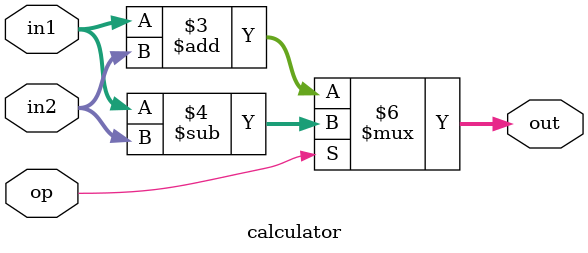
<source format=v>
module calculator(
    input [3:0] in1,
    input [3:0] in2,
    input op,
    output reg [3:0] out
);

always @(*) begin
    if(op == 0) // addition
        out = in1 + in2;
    else // subtraction
        out = in1 - in2;
end

endmodule
</source>
